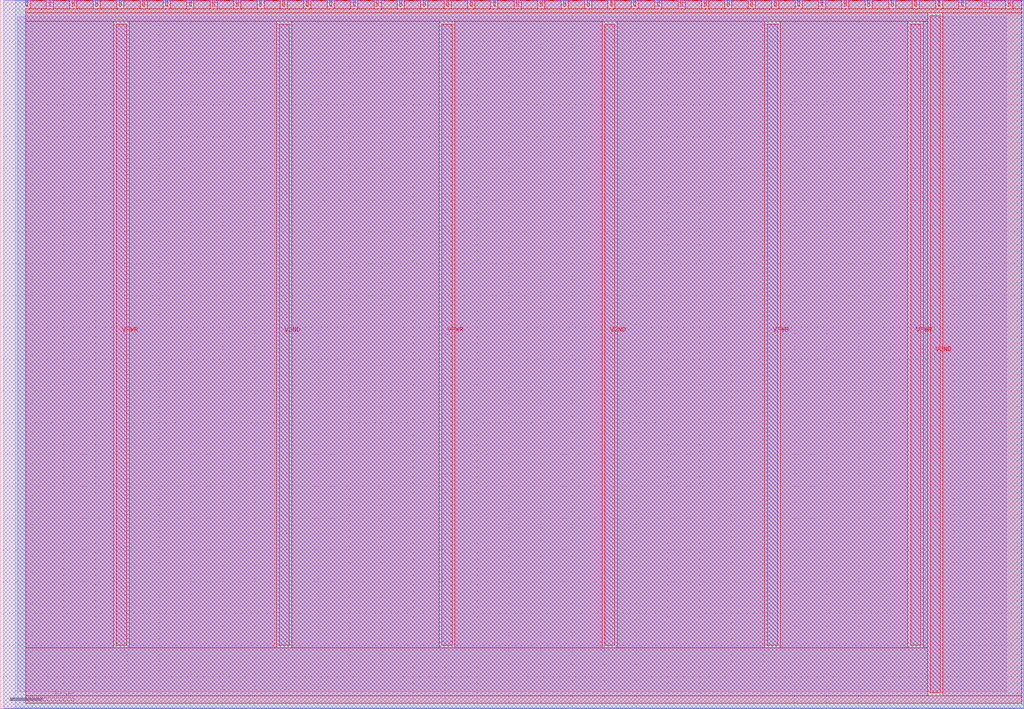
<source format=lef>
VERSION 5.7 ;
  NOWIREEXTENSIONATPIN ON ;
  DIVIDERCHAR "/" ;
  BUSBITCHARS "[]" ;
MACRO tt_um_obriensp_be8
  CLASS BLOCK ;
  FOREIGN tt_um_obriensp_be8 ;
  ORIGIN 0.000 0.000 ;
  SIZE 161.000 BY 111.520 ;
  PIN VGND
    USE GROUND ;
    PORT
      LAYER met4 ;
        RECT 146.280 2.480 147.880 109.040 ;
    END
    PORT
      LAYER met4 ;
        RECT 95.080 10.000 96.680 107.700 ;
    END
    PORT
      LAYER met4 ;
        RECT 43.880 10.000 45.480 107.700 ;
    END
  END VGND
  PIN VPWR
    USE POWER ;
    PORT
      LAYER met4 ;
        RECT 143.180 10.000 144.780 107.700 ;
    END
    PORT
      LAYER met4 ;
        RECT 120.680 10.000 122.280 107.700 ;
    END
    PORT
      LAYER met4 ;
        RECT 69.480 10.000 71.080 107.700 ;
    END
    PORT
      LAYER met4 ;
        RECT 18.280 10.000 19.880 107.700 ;
    END
  END VPWR
  PIN clk
    ANTENNAGATEAREA 0.852000 ;
    ANTENNADIFFAREA 0.434700 ;
    PORT
      LAYER met4 ;
        RECT 154.870 110.520 155.170 111.520 ;
    END
  END clk
  PIN ena
    PORT
      LAYER met4 ;
        RECT 158.550 110.520 158.850 111.520 ;
    END
  END ena
  PIN rst_n
    ANTENNAGATEAREA 0.372000 ;
    ANTENNADIFFAREA 1.738800 ;
    PORT
      LAYER met4 ;
        RECT 151.190 110.520 151.490 111.520 ;
    END
  END rst_n
  PIN ui_in[0]
    ANTENNAGATEAREA 0.126000 ;
    ANTENNADIFFAREA 0.434700 ;
    PORT
      LAYER met4 ;
        RECT 147.510 110.520 147.810 111.520 ;
    END
  END ui_in[0]
  PIN ui_in[1]
    ANTENNAGATEAREA 0.126000 ;
    ANTENNADIFFAREA 1.304100 ;
    PORT
      LAYER met4 ;
        RECT 143.830 110.520 144.130 111.520 ;
    END
  END ui_in[1]
  PIN ui_in[2]
    ANTENNAGATEAREA 0.126000 ;
    ANTENNADIFFAREA 0.434700 ;
    PORT
      LAYER met4 ;
        RECT 140.150 110.520 140.450 111.520 ;
    END
  END ui_in[2]
  PIN ui_in[3]
    ANTENNAGATEAREA 0.126000 ;
    ANTENNADIFFAREA 0.434700 ;
    PORT
      LAYER met4 ;
        RECT 136.470 110.520 136.770 111.520 ;
    END
  END ui_in[3]
  PIN ui_in[4]
    ANTENNAGATEAREA 0.126000 ;
    ANTENNADIFFAREA 0.434700 ;
    PORT
      LAYER met4 ;
        RECT 132.790 110.520 133.090 111.520 ;
    END
  END ui_in[4]
  PIN ui_in[5]
    ANTENNAGATEAREA 0.126000 ;
    ANTENNADIFFAREA 0.434700 ;
    PORT
      LAYER met4 ;
        RECT 129.110 110.520 129.410 111.520 ;
    END
  END ui_in[5]
  PIN ui_in[6]
    ANTENNAGATEAREA 0.126000 ;
    ANTENNADIFFAREA 0.434700 ;
    PORT
      LAYER met4 ;
        RECT 125.430 110.520 125.730 111.520 ;
    END
  END ui_in[6]
  PIN ui_in[7]
    ANTENNAGATEAREA 0.126000 ;
    ANTENNADIFFAREA 0.869400 ;
    PORT
      LAYER met4 ;
        RECT 121.750 110.520 122.050 111.520 ;
    END
  END ui_in[7]
  PIN uio_in[0]
    PORT
      LAYER met4 ;
        RECT 118.070 110.520 118.370 111.520 ;
    END
  END uio_in[0]
  PIN uio_in[1]
    PORT
      LAYER met4 ;
        RECT 114.390 110.520 114.690 111.520 ;
    END
  END uio_in[1]
  PIN uio_in[2]
    ANTENNAGATEAREA 0.126000 ;
    ANTENNADIFFAREA 0.434700 ;
    PORT
      LAYER met4 ;
        RECT 110.710 110.520 111.010 111.520 ;
    END
  END uio_in[2]
  PIN uio_in[3]
    ANTENNAGATEAREA 0.126000 ;
    ANTENNADIFFAREA 0.434700 ;
    PORT
      LAYER met4 ;
        RECT 107.030 110.520 107.330 111.520 ;
    END
  END uio_in[3]
  PIN uio_in[4]
    PORT
      LAYER met4 ;
        RECT 103.350 110.520 103.650 111.520 ;
    END
  END uio_in[4]
  PIN uio_in[5]
    PORT
      LAYER met4 ;
        RECT 99.670 110.520 99.970 111.520 ;
    END
  END uio_in[5]
  PIN uio_in[6]
    PORT
      LAYER met4 ;
        RECT 95.990 110.520 96.290 111.520 ;
    END
  END uio_in[6]
  PIN uio_in[7]
    PORT
      LAYER met4 ;
        RECT 92.310 110.520 92.610 111.520 ;
    END
  END uio_in[7]
  PIN uio_oe[0]
    ANTENNADIFFAREA 0.445500 ;
    PORT
      LAYER met4 ;
        RECT 29.750 110.520 30.050 111.520 ;
    END
  END uio_oe[0]
  PIN uio_oe[1]
    ANTENNADIFFAREA 0.445500 ;
    PORT
      LAYER met4 ;
        RECT 26.070 110.520 26.370 111.520 ;
    END
  END uio_oe[1]
  PIN uio_oe[2]
    ANTENNAGATEAREA 0.247500 ;
    ANTENNADIFFAREA 0.445500 ;
    PORT
      LAYER met4 ;
        RECT 22.390 110.520 22.690 111.520 ;
    END
  END uio_oe[2]
  PIN uio_oe[3]
    ANTENNADIFFAREA 0.445500 ;
    PORT
      LAYER met4 ;
        RECT 18.710 110.520 19.010 111.520 ;
    END
  END uio_oe[3]
  PIN uio_oe[4]
    ANTENNADIFFAREA 0.445500 ;
    PORT
      LAYER met4 ;
        RECT 15.030 110.520 15.330 111.520 ;
    END
  END uio_oe[4]
  PIN uio_oe[5]
    ANTENNADIFFAREA 0.445500 ;
    PORT
      LAYER met4 ;
        RECT 11.350 110.520 11.650 111.520 ;
    END
  END uio_oe[5]
  PIN uio_oe[6]
    ANTENNADIFFAREA 0.445500 ;
    PORT
      LAYER met4 ;
        RECT 7.670 110.520 7.970 111.520 ;
    END
  END uio_oe[6]
  PIN uio_oe[7]
    ANTENNADIFFAREA 0.445500 ;
    PORT
      LAYER met4 ;
        RECT 3.990 110.520 4.290 111.520 ;
    END
  END uio_oe[7]
  PIN uio_out[0]
    ANTENNADIFFAREA 0.445500 ;
    PORT
      LAYER met4 ;
        RECT 59.190 110.520 59.490 111.520 ;
    END
  END uio_out[0]
  PIN uio_out[1]
    ANTENNADIFFAREA 0.445500 ;
    PORT
      LAYER met4 ;
        RECT 55.510 110.520 55.810 111.520 ;
    END
  END uio_out[1]
  PIN uio_out[2]
    ANTENNADIFFAREA 0.795200 ;
    PORT
      LAYER met4 ;
        RECT 51.830 110.520 52.130 111.520 ;
    END
  END uio_out[2]
  PIN uio_out[3]
    ANTENNADIFFAREA 0.445500 ;
    PORT
      LAYER met4 ;
        RECT 48.150 110.520 48.450 111.520 ;
    END
  END uio_out[3]
  PIN uio_out[4]
    ANTENNADIFFAREA 0.795200 ;
    PORT
      LAYER met4 ;
        RECT 44.470 110.520 44.770 111.520 ;
    END
  END uio_out[4]
  PIN uio_out[5]
    ANTENNADIFFAREA 0.445500 ;
    PORT
      LAYER met4 ;
        RECT 40.790 110.520 41.090 111.520 ;
    END
  END uio_out[5]
  PIN uio_out[6]
    ANTENNADIFFAREA 0.445500 ;
    PORT
      LAYER met4 ;
        RECT 37.110 110.520 37.410 111.520 ;
    END
  END uio_out[6]
  PIN uio_out[7]
    ANTENNADIFFAREA 0.445500 ;
    PORT
      LAYER met4 ;
        RECT 33.430 110.520 33.730 111.520 ;
    END
  END uio_out[7]
  PIN uo_out[0]
    ANTENNAGATEAREA 0.252000 ;
    ANTENNADIFFAREA 0.891000 ;
    PORT
      LAYER met4 ;
        RECT 88.630 110.520 88.930 111.520 ;
    END
  END uo_out[0]
  PIN uo_out[1]
    ANTENNAGATEAREA 0.373500 ;
    ANTENNADIFFAREA 0.891000 ;
    PORT
      LAYER met4 ;
        RECT 84.950 110.520 85.250 111.520 ;
    END
  END uo_out[1]
  PIN uo_out[2]
    ANTENNAGATEAREA 0.252000 ;
    ANTENNADIFFAREA 0.891000 ;
    PORT
      LAYER met4 ;
        RECT 81.270 110.520 81.570 111.520 ;
    END
  END uo_out[2]
  PIN uo_out[3]
    ANTENNAGATEAREA 0.252000 ;
    ANTENNADIFFAREA 0.891000 ;
    PORT
      LAYER met4 ;
        RECT 77.590 110.520 77.890 111.520 ;
    END
  END uo_out[3]
  PIN uo_out[4]
    ANTENNAGATEAREA 0.252000 ;
    ANTENNADIFFAREA 0.891000 ;
    PORT
      LAYER met4 ;
        RECT 73.910 110.520 74.210 111.520 ;
    END
  END uo_out[4]
  PIN uo_out[5]
    ANTENNAGATEAREA 0.252000 ;
    ANTENNADIFFAREA 0.891000 ;
    PORT
      LAYER met4 ;
        RECT 70.230 110.520 70.530 111.520 ;
    END
  END uo_out[5]
  PIN uo_out[6]
    ANTENNAGATEAREA 0.252000 ;
    ANTENNADIFFAREA 0.891000 ;
    PORT
      LAYER met4 ;
        RECT 66.550 110.520 66.850 111.520 ;
    END
  END uo_out[6]
  PIN uo_out[7]
    ANTENNAGATEAREA 0.252000 ;
    ANTENNADIFFAREA 0.891000 ;
    PORT
      LAYER met4 ;
        RECT 62.870 110.520 63.170 111.520 ;
    END
  END uo_out[7]
  OBS
      LAYER li1 ;
        RECT 2.760 2.635 158.240 108.885 ;
      LAYER met1 ;
        RECT 0.530 0.040 160.930 111.480 ;
      LAYER met2 ;
        RECT 0.560 0.010 160.910 111.510 ;
      LAYER met3 ;
        RECT 2.365 0.175 160.935 111.345 ;
      LAYER met4 ;
        RECT 4.690 110.120 7.270 111.345 ;
        RECT 8.370 110.120 10.950 111.345 ;
        RECT 12.050 110.120 14.630 111.345 ;
        RECT 15.730 110.120 18.310 111.345 ;
        RECT 19.410 110.120 21.990 111.345 ;
        RECT 23.090 110.120 25.670 111.345 ;
        RECT 26.770 110.120 29.350 111.345 ;
        RECT 30.450 110.120 33.030 111.345 ;
        RECT 34.130 110.120 36.710 111.345 ;
        RECT 37.810 110.120 40.390 111.345 ;
        RECT 41.490 110.120 44.070 111.345 ;
        RECT 45.170 110.120 47.750 111.345 ;
        RECT 48.850 110.120 51.430 111.345 ;
        RECT 52.530 110.120 55.110 111.345 ;
        RECT 56.210 110.120 58.790 111.345 ;
        RECT 59.890 110.120 62.470 111.345 ;
        RECT 63.570 110.120 66.150 111.345 ;
        RECT 67.250 110.120 69.830 111.345 ;
        RECT 70.930 110.120 73.510 111.345 ;
        RECT 74.610 110.120 77.190 111.345 ;
        RECT 78.290 110.120 80.870 111.345 ;
        RECT 81.970 110.120 84.550 111.345 ;
        RECT 85.650 110.120 88.230 111.345 ;
        RECT 89.330 110.120 91.910 111.345 ;
        RECT 93.010 110.120 95.590 111.345 ;
        RECT 96.690 110.120 99.270 111.345 ;
        RECT 100.370 110.120 102.950 111.345 ;
        RECT 104.050 110.120 106.630 111.345 ;
        RECT 107.730 110.120 110.310 111.345 ;
        RECT 111.410 110.120 113.990 111.345 ;
        RECT 115.090 110.120 117.670 111.345 ;
        RECT 118.770 110.120 121.350 111.345 ;
        RECT 122.450 110.120 125.030 111.345 ;
        RECT 126.130 110.120 128.710 111.345 ;
        RECT 129.810 110.120 132.390 111.345 ;
        RECT 133.490 110.120 136.070 111.345 ;
        RECT 137.170 110.120 139.750 111.345 ;
        RECT 140.850 110.120 143.430 111.345 ;
        RECT 144.530 110.120 147.110 111.345 ;
        RECT 148.210 110.120 150.790 111.345 ;
        RECT 151.890 110.120 154.470 111.345 ;
        RECT 155.570 110.120 158.150 111.345 ;
        RECT 159.250 110.120 160.705 111.345 ;
        RECT 3.975 109.440 160.705 110.120 ;
        RECT 3.975 108.100 145.880 109.440 ;
        RECT 3.975 9.600 17.880 108.100 ;
        RECT 20.280 9.600 43.480 108.100 ;
        RECT 45.880 9.600 69.080 108.100 ;
        RECT 71.480 9.600 94.680 108.100 ;
        RECT 97.080 9.600 120.280 108.100 ;
        RECT 122.680 9.600 142.780 108.100 ;
        RECT 145.180 9.600 145.880 108.100 ;
        RECT 3.975 2.080 145.880 9.600 ;
        RECT 148.280 2.080 160.705 109.440 ;
        RECT 3.975 0.855 160.705 2.080 ;
  END
END tt_um_obriensp_be8
END LIBRARY


</source>
